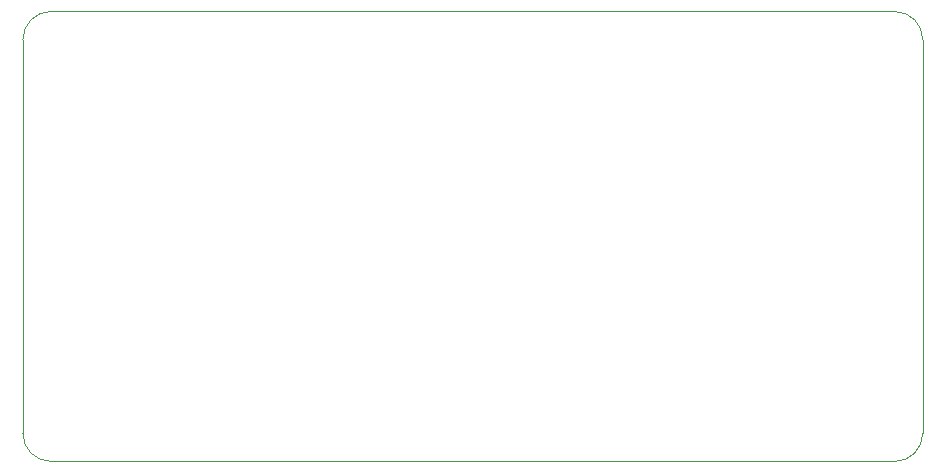
<source format=gm1>
G04 #@! TF.GenerationSoftware,KiCad,Pcbnew,(5.1.4)-1*
G04 #@! TF.CreationDate,2023-04-29T11:54:21-04:00*
G04 #@! TF.ProjectId,Evan-PCB-ISP,4576616e-2d50-4434-922d-4953502e6b69,rev?*
G04 #@! TF.SameCoordinates,Original*
G04 #@! TF.FileFunction,Profile,NP*
%FSLAX46Y46*%
G04 Gerber Fmt 4.6, Leading zero omitted, Abs format (unit mm)*
G04 Created by KiCad (PCBNEW (5.1.4)-1) date 2023-04-29 11:54:21*
%MOMM*%
%LPD*%
G04 APERTURE LIST*
%ADD10C,0.050000*%
G04 APERTURE END LIST*
D10*
X149987000Y-81724500D02*
X185705750Y-81724500D01*
X185705750Y-119824500D02*
X149987000Y-119824500D01*
X188087000Y-84105750D02*
X188087000Y-117443250D01*
X149987000Y-119824500D02*
X114268250Y-119824500D01*
X114268250Y-119824500D02*
G75*
G02X111887000Y-117443250I0J2381250D01*
G01*
X111887000Y-84105750D02*
X111887000Y-117443250D01*
X111887000Y-84105750D02*
G75*
G02X114268250Y-81724500I2381250J0D01*
G01*
X149987000Y-81724500D02*
X114268250Y-81724500D01*
X188087000Y-117443250D02*
G75*
G02X185705750Y-119824500I-2381250J0D01*
G01*
X185705750Y-81724500D02*
G75*
G02X188087000Y-84105750I0J-2381250D01*
G01*
M02*

</source>
